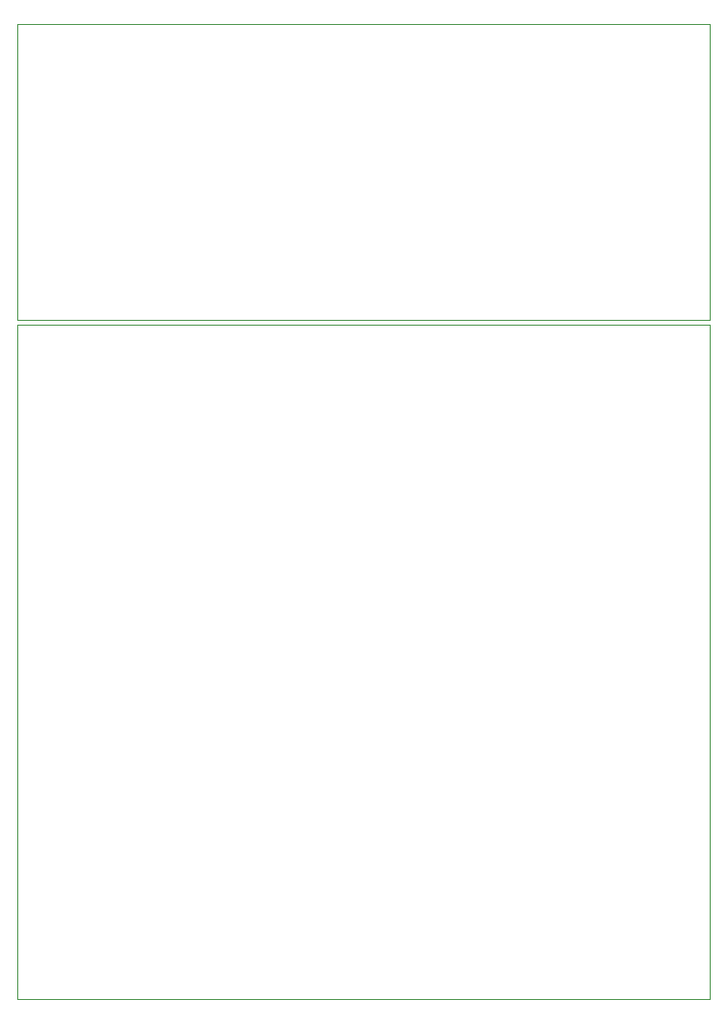
<source format=gbr>
%TF.GenerationSoftware,KiCad,Pcbnew,8.0.4*%
%TF.CreationDate,2024-08-20T15:20:12-04:00*%
%TF.ProjectId,gameconsole,67616d65-636f-46e7-936f-6c652e6b6963,rev?*%
%TF.SameCoordinates,Original*%
%TF.FileFunction,Profile,NP*%
%FSLAX46Y46*%
G04 Gerber Fmt 4.6, Leading zero omitted, Abs format (unit mm)*
G04 Created by KiCad (PCBNEW 8.0.4) date 2024-08-20 15:20:12*
%MOMM*%
%LPD*%
G01*
G04 APERTURE LIST*
%TA.AperFunction,Profile*%
%ADD10C,0.050000*%
%TD*%
G04 APERTURE END LIST*
D10*
X99000000Y-88700000D02*
X160000000Y-88700000D01*
X160000000Y-148200000D01*
X99000000Y-148200000D01*
X99000000Y-88700000D01*
X99000000Y-62275000D02*
X160000000Y-62275000D01*
X160000000Y-88275000D01*
X99000000Y-88275000D01*
X99000000Y-62275000D01*
M02*

</source>
